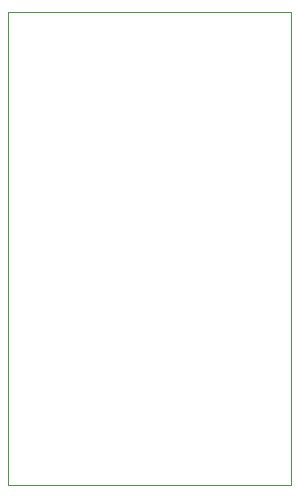
<source format=gm1>
%TF.GenerationSoftware,KiCad,Pcbnew,7.0.10*%
%TF.CreationDate,2024-03-15T22:51:05-04:00*%
%TF.ProjectId,DW1000 BU-01,44573130-3030-4204-9255-2d30312e6b69,rev?*%
%TF.SameCoordinates,Original*%
%TF.FileFunction,Profile,NP*%
%FSLAX46Y46*%
G04 Gerber Fmt 4.6, Leading zero omitted, Abs format (unit mm)*
G04 Created by KiCad (PCBNEW 7.0.10) date 2024-03-15 22:51:05*
%MOMM*%
%LPD*%
G01*
G04 APERTURE LIST*
%TA.AperFunction,Profile*%
%ADD10C,0.100000*%
%TD*%
G04 APERTURE END LIST*
D10*
X-250000Y-250000D02*
X23710000Y-250000D01*
X23710000Y-40250000D01*
X-250000Y-40250000D01*
X-250000Y-250000D01*
M02*

</source>
